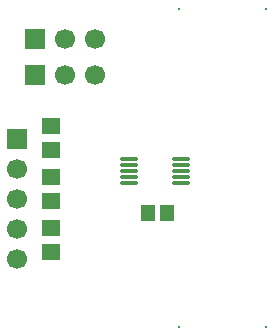
<source format=gbr>
%TF.GenerationSoftware,Altium Limited,Altium Designer,23.10.1 (27)*%
G04 Layer_Color=8388736*
%FSLAX45Y45*%
%MOMM*%
%TF.SameCoordinates,AAB5F705-4A64-4C07-BC12-B6E9AAE413D5*%
%TF.FilePolarity,Negative*%
%TF.FileFunction,Soldermask,Top*%
%TF.Part,Single*%
G01*
G75*
%TA.AperFunction,SMDPad,CuDef*%
%ADD10R,1.30464X1.45620*%
G04:AMPARAMS|DCode=12|XSize=1.45mm|YSize=0.3mm|CornerRadius=0.0495mm|HoleSize=0mm|Usage=FLASHONLY|Rotation=0.000|XOffset=0mm|YOffset=0mm|HoleType=Round|Shape=RoundedRectangle|*
%AMROUNDEDRECTD12*
21,1,1.45000,0.20100,0,0,0.0*
21,1,1.35100,0.30000,0,0,0.0*
1,1,0.09900,0.67550,-0.10050*
1,1,0.09900,-0.67550,-0.10050*
1,1,0.09900,-0.67550,0.10050*
1,1,0.09900,0.67550,0.10050*
%
%ADD12ROUNDEDRECTD12*%
%ADD24R,1.65000X1.40000*%
%TA.AperFunction,ComponentPad*%
%ADD25C,1.70000*%
%ADD26R,1.70000X1.70000*%
%TA.AperFunction,SMDPad,CuDef*%
%ADD27R,0.20000X0.20000*%
%TA.AperFunction,ComponentPad*%
%ADD28R,1.70000X1.70000*%
D10*
X14168822Y4114800D02*
D03*
X14329977D02*
D03*
D12*
X14444000Y4570400D02*
D03*
Y4520400D02*
D03*
Y4470400D02*
D03*
Y4420400D02*
D03*
Y4370400D02*
D03*
X14003999D02*
D03*
Y4420400D02*
D03*
Y4470400D02*
D03*
Y4520400D02*
D03*
Y4570400D02*
D03*
D24*
X13347701Y3784600D02*
D03*
Y3984600D02*
D03*
Y4218000D02*
D03*
Y4418000D02*
D03*
Y4849800D02*
D03*
Y4649800D02*
D03*
D25*
X13055600Y3721100D02*
D03*
Y3975100D02*
D03*
Y4229100D02*
D03*
Y4483100D02*
D03*
X13462000Y5588000D02*
D03*
X13716000D02*
D03*
X13462000Y5283200D02*
D03*
X13716000D02*
D03*
D26*
X13055600Y4737100D02*
D03*
D27*
X15163800Y5842000D02*
D03*
X14432280D02*
D03*
X15163800Y3149600D02*
D03*
X14432280D02*
D03*
D28*
X13208000Y5588000D02*
D03*
Y5283200D02*
D03*
%TF.MD5,190aa61a4f8b937d46ea3f276ef89b4e*%
M02*

</source>
